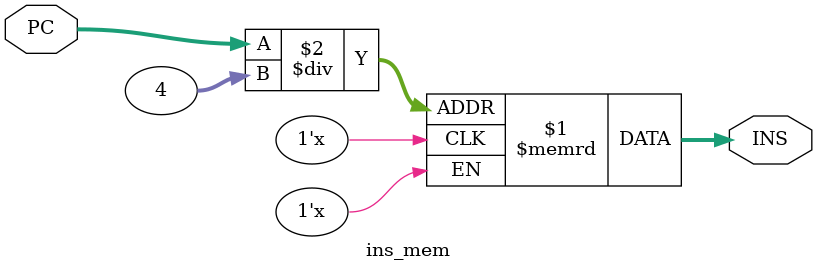
<source format=v>
`include "../tools/def.v"

module ins_mem #(parameter INS_MEMSIZE = 1024)
                (PC, INS); 
	parameter INS_NUM = INS_MEMSIZE / 4;
	
	input  [31:0] PC;
	output [31:0] INS;               // INS要保存好
    reg    [31:0] mem[INS_NUM-1:0];  // 指令的存储器
	
    assign INS = mem[PC/4];
endmodule
</source>
